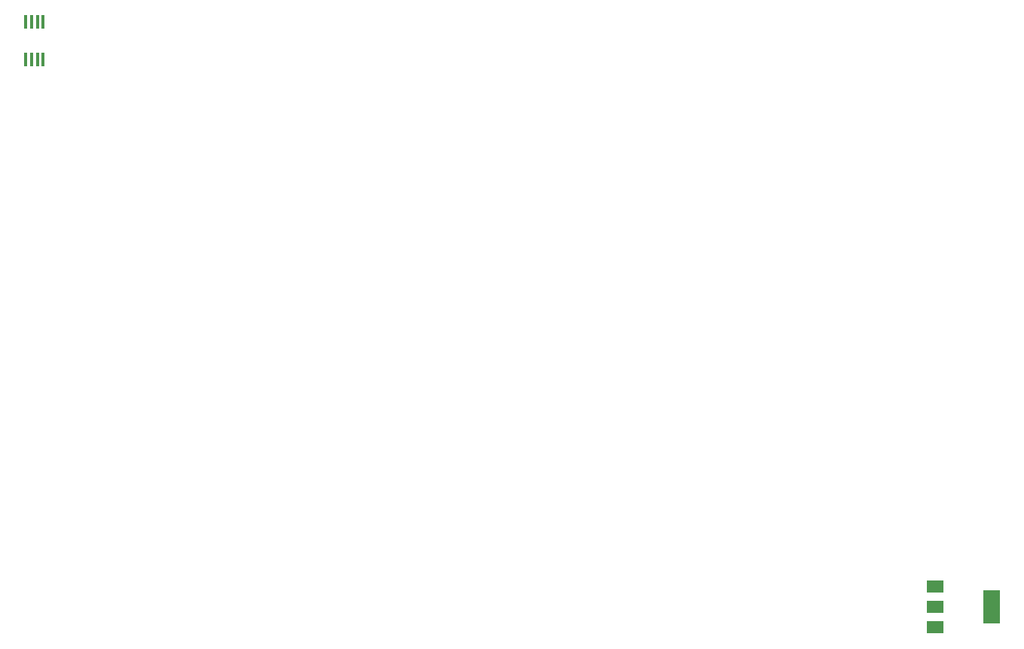
<source format=gbr>
%TF.GenerationSoftware,Novarm,DipTrace,4.3.0.4*%
%TF.CreationDate,2023-05-08T16:01:42+01:00*%
%FSLAX26Y26*%
%MOIN*%
%TF.FileFunction,Paste,Top*%
%TF.Part,Single*%
%AMOUTLINE2*
4,1,28,
-0.005906,-0.027922,
-0.005906,0.027922,
-0.005822,0.028556,
-0.005627,0.029027,
-0.005317,0.029431,
-0.004913,0.029741,
-0.004442,0.029936,
-0.003808,0.03002,
0.003808,0.03002,
0.004442,0.029936,
0.004913,0.029741,
0.005317,0.029431,
0.005627,0.029027,
0.005822,0.028556,
0.005906,0.027922,
0.005906,-0.027922,
0.005822,-0.028556,
0.005627,-0.029027,
0.005317,-0.029431,
0.004913,-0.029741,
0.004442,-0.029936,
0.003808,-0.03002,
-0.003808,-0.03002,
-0.004442,-0.029936,
-0.004913,-0.029741,
-0.005317,-0.029431,
-0.005627,-0.029027,
-0.005822,-0.028556,
-0.005906,-0.027922,
0*%
%ADD70R,0.074803X0.145669*%
%ADD72R,0.074803X0.055118*%
%ADD116OUTLINE2*%
G75*
G01*
%LPD*%
D116*
X3750591Y3727362D3*
X3776181D3*
X3801772D3*
X3827362D3*
Y3893701D3*
X3801772D3*
X3776181D3*
X3750591D3*
D72*
X7777756Y1393701D3*
Y1303150D3*
D70*
X8025787D3*
D72*
X7777756Y1212598D3*
M02*

</source>
